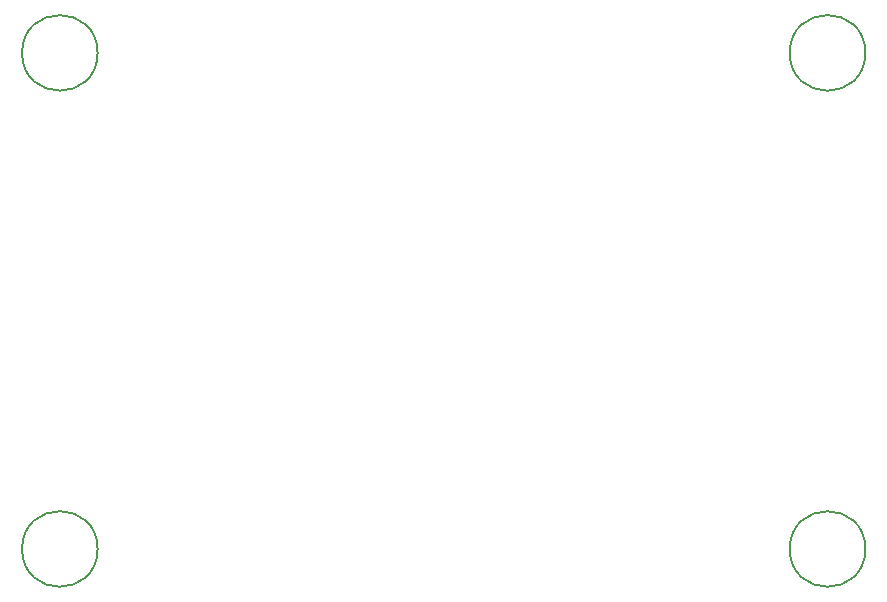
<source format=gbr>
G04 #@! TF.GenerationSoftware,KiCad,Pcbnew,5.1.4-e60b266~84~ubuntu18.04.1*
G04 #@! TF.CreationDate,2019-10-29T18:19:43-03:00*
G04 #@! TF.ProjectId,fonte_18V,666f6e74-655f-4313-9856-2e6b69636164,rev?*
G04 #@! TF.SameCoordinates,Original*
G04 #@! TF.FileFunction,Other,Comment*
%FSLAX46Y46*%
G04 Gerber Fmt 4.6, Leading zero omitted, Abs format (unit mm)*
G04 Created by KiCad (PCBNEW 5.1.4-e60b266~84~ubuntu18.04.1) date 2019-10-29 18:19:43*
%MOMM*%
%LPD*%
G04 APERTURE LIST*
%ADD10C,0.150000*%
G04 APERTURE END LIST*
D10*
X162200000Y-140000000D02*
G75*
G03X162200000Y-140000000I-3200000J0D01*
G01*
X162200000Y-182000000D02*
G75*
G03X162200000Y-182000000I-3200000J0D01*
G01*
X97200000Y-182000000D02*
G75*
G03X97200000Y-182000000I-3200000J0D01*
G01*
X97200000Y-140000000D02*
G75*
G03X97200000Y-140000000I-3200000J0D01*
G01*
M02*

</source>
